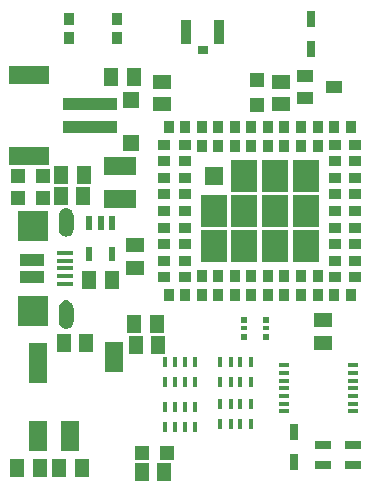
<source format=gbr>
G04 EAGLE Gerber RS-274X export*
G75*
%MOMM*%
%FSLAX34Y34*%
%LPD*%
%INSolderpaste Top*%
%IPPOS*%
%AMOC8*
5,1,8,0,0,1.08239X$1,22.5*%
G01*
%ADD10R,1.100000X0.900000*%
%ADD11R,0.900000X1.100000*%
%ADD12R,1.500000X1.500000*%
%ADD13R,2.300000X2.700000*%
%ADD14R,0.550000X1.200000*%
%ADD15R,1.200000X1.200000*%
%ADD16R,1.300000X1.500000*%
%ADD17R,4.600000X1.000000*%
%ADD18R,3.400000X1.600000*%
%ADD19R,1.500000X1.300000*%
%ADD20R,1.350000X0.400000*%
%ADD21R,2.000000X1.000000*%
%ADD22R,2.500000X2.500000*%
%ADD23R,0.900000X1.000000*%
%ADD24R,1.400000X1.400000*%
%ADD25R,2.700000X1.600000*%
%ADD26R,0.500000X0.500000*%
%ADD27R,0.500000X0.400000*%
%ADD28R,0.450000X0.900000*%
%ADD29R,0.800000X1.350000*%
%ADD30R,1.400000X1.000000*%
%ADD31R,1.350000X0.800000*%
%ADD32R,0.900000X0.350000*%
%ADD33R,1.500000X2.500000*%
%ADD34R,1.500000X3.400000*%
%ADD35R,0.965200X0.762000*%
%ADD36R,0.812800X2.133600*%

G36*
X52278Y247853D02*
X52278Y247853D01*
X53552Y248053D01*
X53599Y248070D01*
X53689Y248091D01*
X54885Y248569D01*
X54928Y248596D01*
X55011Y248636D01*
X56071Y249368D01*
X56107Y249404D01*
X56178Y249462D01*
X57049Y250412D01*
X57076Y250454D01*
X57133Y250527D01*
X57770Y251647D01*
X57787Y251694D01*
X57826Y251777D01*
X58199Y253011D01*
X58204Y253061D01*
X58224Y253151D01*
X58313Y254436D01*
X58311Y254456D01*
X58314Y254480D01*
X58314Y265480D01*
X58312Y265495D01*
X58313Y265515D01*
X58252Y266641D01*
X58241Y266688D01*
X58233Y266764D01*
X57952Y267857D01*
X57932Y267901D01*
X57910Y267974D01*
X57422Y268991D01*
X57394Y269030D01*
X57357Y269097D01*
X56680Y270000D01*
X56645Y270033D01*
X56596Y270091D01*
X55756Y270844D01*
X55715Y270870D01*
X55655Y270918D01*
X54684Y271492D01*
X54639Y271509D01*
X54572Y271545D01*
X53507Y271919D01*
X53460Y271927D01*
X53387Y271949D01*
X52270Y272108D01*
X52242Y272107D01*
X52090Y272108D01*
X50974Y271949D01*
X50928Y271934D01*
X50853Y271919D01*
X49788Y271545D01*
X49746Y271521D01*
X49676Y271492D01*
X48705Y270918D01*
X48668Y270886D01*
X48604Y270844D01*
X47764Y270091D01*
X47735Y270054D01*
X47680Y270000D01*
X47003Y269097D01*
X46981Y269054D01*
X46938Y268991D01*
X46450Y267974D01*
X46437Y267927D01*
X46408Y267857D01*
X46127Y266764D01*
X46124Y266716D01*
X46108Y266641D01*
X46047Y265515D01*
X46049Y265499D01*
X46046Y265480D01*
X46046Y254480D01*
X46049Y254465D01*
X46047Y254445D01*
X46108Y253319D01*
X46120Y253272D01*
X46127Y253196D01*
X46408Y252103D01*
X46428Y252059D01*
X46450Y251986D01*
X46938Y250969D01*
X46967Y250930D01*
X47003Y250863D01*
X47680Y249960D01*
X47715Y249927D01*
X47764Y249869D01*
X48604Y249116D01*
X48645Y249090D01*
X48705Y249042D01*
X49676Y248468D01*
X49721Y248451D01*
X49788Y248415D01*
X50853Y248041D01*
X50900Y248033D01*
X50974Y248011D01*
X52090Y247852D01*
X52091Y247852D01*
X52278Y247853D01*
G37*
G36*
X52278Y169853D02*
X52278Y169853D01*
X53552Y170053D01*
X53599Y170070D01*
X53689Y170091D01*
X54885Y170569D01*
X54928Y170596D01*
X55011Y170636D01*
X56071Y171368D01*
X56107Y171404D01*
X56178Y171462D01*
X57049Y172412D01*
X57076Y172454D01*
X57133Y172527D01*
X57770Y173647D01*
X57787Y173694D01*
X57826Y173777D01*
X58199Y175011D01*
X58204Y175061D01*
X58224Y175151D01*
X58313Y176436D01*
X58311Y176456D01*
X58314Y176480D01*
X58314Y187480D01*
X58312Y187495D01*
X58313Y187515D01*
X58252Y188641D01*
X58241Y188688D01*
X58233Y188764D01*
X57952Y189857D01*
X57932Y189901D01*
X57910Y189974D01*
X57422Y190991D01*
X57394Y191030D01*
X57357Y191097D01*
X56680Y192000D01*
X56645Y192033D01*
X56596Y192091D01*
X55756Y192844D01*
X55715Y192870D01*
X55655Y192918D01*
X54684Y193492D01*
X54639Y193509D01*
X54572Y193545D01*
X53507Y193919D01*
X53460Y193927D01*
X53387Y193949D01*
X52270Y194108D01*
X52242Y194107D01*
X52090Y194108D01*
X50974Y193949D01*
X50928Y193934D01*
X50853Y193919D01*
X49788Y193545D01*
X49746Y193521D01*
X49676Y193492D01*
X48705Y192918D01*
X48668Y192886D01*
X48604Y192844D01*
X47764Y192091D01*
X47735Y192054D01*
X47680Y192000D01*
X47003Y191097D01*
X46981Y191054D01*
X46938Y190991D01*
X46450Y189974D01*
X46437Y189927D01*
X46408Y189857D01*
X46127Y188764D01*
X46124Y188716D01*
X46108Y188641D01*
X46047Y187515D01*
X46049Y187499D01*
X46046Y187480D01*
X46046Y176480D01*
X46049Y176465D01*
X46047Y176445D01*
X46108Y175319D01*
X46120Y175272D01*
X46127Y175196D01*
X46408Y174103D01*
X46428Y174059D01*
X46450Y173986D01*
X46938Y172969D01*
X46967Y172930D01*
X47003Y172863D01*
X47680Y171960D01*
X47715Y171927D01*
X47764Y171869D01*
X48604Y171116D01*
X48645Y171090D01*
X48705Y171042D01*
X49676Y170468D01*
X49721Y170451D01*
X49788Y170415D01*
X50853Y170041D01*
X50900Y170033D01*
X50974Y170011D01*
X52090Y169852D01*
X52091Y169852D01*
X52278Y169853D01*
G37*
D10*
X134900Y325560D03*
X134900Y311560D03*
X134900Y297560D03*
X134900Y283560D03*
X134900Y269560D03*
X134900Y255560D03*
X134900Y241560D03*
X134900Y227560D03*
X134900Y213560D03*
D11*
X138900Y198560D03*
X152900Y198560D03*
X166900Y198560D03*
X180900Y198560D03*
X194900Y198560D03*
X208900Y198560D03*
X222900Y198560D03*
X236900Y198560D03*
X250900Y198560D03*
X264900Y198560D03*
X278900Y198560D03*
X292900Y198560D03*
D10*
X296900Y213560D03*
X296900Y227560D03*
X296900Y241560D03*
X296900Y255560D03*
X296900Y269560D03*
X296900Y283560D03*
X296900Y297560D03*
X296900Y311560D03*
X296900Y325560D03*
D11*
X292900Y340560D03*
X278900Y340560D03*
X264900Y340560D03*
X250900Y340560D03*
X236900Y340560D03*
X222900Y340560D03*
X208900Y340560D03*
X194900Y340560D03*
X180900Y340560D03*
X166900Y340560D03*
X152900Y340560D03*
X138900Y340560D03*
D10*
X152300Y325560D03*
X152300Y311560D03*
X152300Y297560D03*
X152300Y283560D03*
X152300Y269560D03*
X152300Y255560D03*
X152300Y241560D03*
X152300Y227560D03*
X152300Y213560D03*
D11*
X166900Y214560D03*
X180900Y214560D03*
X194900Y214560D03*
X208900Y214560D03*
X222900Y214560D03*
X236900Y214560D03*
X250900Y214560D03*
X264900Y214560D03*
D10*
X279500Y213560D03*
X279500Y227560D03*
X279500Y241560D03*
X279500Y255560D03*
X279500Y269560D03*
X279500Y283560D03*
X279500Y297560D03*
X279500Y311560D03*
X279500Y325560D03*
D11*
X264900Y324560D03*
X250900Y324560D03*
X236900Y324560D03*
X222900Y324560D03*
X208900Y324560D03*
X194900Y324560D03*
X180900Y324560D03*
X166900Y324560D03*
D12*
X176900Y299560D03*
D13*
X176900Y269560D03*
X176900Y239560D03*
X202900Y239560D03*
X228900Y239560D03*
X254900Y239560D03*
X254900Y269560D03*
X254900Y299560D03*
X228900Y299560D03*
X202900Y299560D03*
X202900Y269560D03*
X228900Y269560D03*
D14*
X90780Y259381D03*
X81280Y259381D03*
X71780Y259381D03*
X71780Y233379D03*
X90780Y233379D03*
D15*
X32100Y280780D03*
X11100Y280780D03*
X11150Y299260D03*
X32150Y299260D03*
D16*
X47650Y281940D03*
X66650Y281940D03*
X47810Y299720D03*
X66810Y299720D03*
D17*
X72560Y340520D03*
X72560Y360520D03*
D18*
X20560Y316520D03*
X20560Y384520D03*
D16*
X71780Y210820D03*
X90780Y210820D03*
D19*
X110490Y221640D03*
X110490Y240640D03*
D20*
X50930Y233980D03*
X50930Y227480D03*
X50930Y220980D03*
X50930Y214480D03*
X50930Y207980D03*
D21*
X23180Y228480D03*
X23180Y213480D03*
D22*
X24180Y256980D03*
X24180Y184980D03*
D23*
X95430Y432180D03*
X95430Y416180D03*
X54430Y416180D03*
X54430Y432180D03*
D24*
X106680Y363940D03*
X106680Y326940D03*
D19*
X133200Y359910D03*
X133200Y378910D03*
D16*
X90360Y383060D03*
X109360Y383060D03*
D25*
X97790Y307370D03*
X97790Y279370D03*
D26*
X221090Y162680D03*
D27*
X221090Y170180D03*
D26*
X221090Y177680D03*
X203090Y177680D03*
D27*
X203090Y170180D03*
D26*
X203090Y162680D03*
D19*
X269240Y177140D03*
X269240Y158140D03*
D15*
X137500Y64770D03*
X116500Y64770D03*
X213360Y380070D03*
X213360Y359070D03*
D16*
X116230Y48260D03*
X135230Y48260D03*
D19*
X233680Y360070D03*
X233680Y379070D03*
D28*
X182580Y106290D03*
X182580Y89290D03*
X191580Y106290D03*
X199580Y106290D03*
X208580Y106290D03*
X208580Y89290D03*
X191580Y89290D03*
X199580Y89290D03*
X208580Y124850D03*
X208580Y141850D03*
X199580Y124850D03*
X191580Y124850D03*
X182580Y124850D03*
X182580Y141850D03*
X199580Y141850D03*
X191580Y141850D03*
X135590Y141850D03*
X135590Y124850D03*
X144590Y141850D03*
X152590Y141850D03*
X161590Y141850D03*
X161590Y124850D03*
X144590Y124850D03*
X152590Y124850D03*
X135590Y103750D03*
X135590Y86750D03*
X144590Y103750D03*
X152590Y103750D03*
X161590Y103750D03*
X161590Y86750D03*
X144590Y86750D03*
X152590Y86750D03*
D29*
X259080Y431800D03*
X259080Y406400D03*
D30*
X278700Y374650D03*
X254700Y365150D03*
X254700Y384150D03*
D31*
X269240Y54610D03*
X294640Y54610D03*
D29*
X245110Y57150D03*
X245110Y82550D03*
D31*
X269240Y71120D03*
X294640Y71120D03*
D32*
X236180Y138880D03*
X236180Y132380D03*
X236180Y125880D03*
X236180Y119380D03*
X236180Y112880D03*
X236180Y106380D03*
X236180Y99880D03*
X294680Y99880D03*
X294680Y106380D03*
X294680Y112880D03*
X294680Y119380D03*
X294680Y125880D03*
X294680Y132380D03*
X294680Y138880D03*
D33*
X28000Y78760D03*
X93000Y145760D03*
X55000Y78760D03*
D34*
X28000Y140760D03*
D16*
X29820Y52070D03*
X10820Y52070D03*
X46380Y52070D03*
X65380Y52070D03*
X130150Y156210D03*
X111150Y156210D03*
X128880Y173990D03*
X109880Y173990D03*
X50190Y157480D03*
X69190Y157480D03*
D35*
X167640Y406146D03*
D36*
X181594Y421386D03*
X153686Y421386D03*
M02*

</source>
